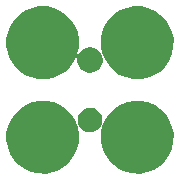
<source format=gts>
%TF.GenerationSoftware,KiCad,Pcbnew,4.0.5-e0-6337~49~ubuntu16.04.1*%
%TF.CreationDate,2017-01-13T08:22:12-08:00*%
%TF.ProjectId,2x2-Generic-5mm-Pitch,3278322D47656E657269632D356D6D2D,1.0*%
%TF.FileFunction,Soldermask,Top*%
%FSLAX46Y46*%
G04 Gerber Fmt 4.6, Leading zero omitted, Abs format (unit mm)*
G04 Created by KiCad (PCBNEW 4.0.5-e0-6337~49~ubuntu16.04.1) date Fri Jan 13 08:22:12 2017*
%MOMM*%
%LPD*%
G01*
G04 APERTURE LIST*
%ADD10C,0.350000*%
G04 APERTURE END LIST*
D10*
G36*
X139769110Y-100303847D02*
X140360055Y-100425151D01*
X140916198Y-100658932D01*
X141416334Y-100996278D01*
X141841421Y-101424343D01*
X142175266Y-101926821D01*
X142405156Y-102484576D01*
X142522264Y-103076014D01*
X142522264Y-103076024D01*
X142522331Y-103076363D01*
X142512710Y-103765416D01*
X142512633Y-103765754D01*
X142512633Y-103765762D01*
X142379057Y-104353701D01*
X142133685Y-104904816D01*
X141785937Y-105397778D01*
X141349062Y-105813809D01*
X140839700Y-106137061D01*
X140277254Y-106355219D01*
X139683147Y-106459976D01*
X139080003Y-106447342D01*
X138490800Y-106317797D01*
X137937982Y-106076277D01*
X137442607Y-105731982D01*
X137023537Y-105298023D01*
X136696738Y-104790930D01*
X136474656Y-104230014D01*
X136365755Y-103636658D01*
X136374177Y-103033441D01*
X136499606Y-102443347D01*
X136737259Y-101888858D01*
X137078091Y-101391088D01*
X137509112Y-100969000D01*
X138013913Y-100638668D01*
X138573259Y-100412677D01*
X139165845Y-100299636D01*
X139769110Y-100303847D01*
X139769110Y-100303847D01*
G37*
G36*
X147769110Y-100303847D02*
X148360055Y-100425151D01*
X148916198Y-100658932D01*
X149416334Y-100996278D01*
X149841421Y-101424343D01*
X150175266Y-101926821D01*
X150405156Y-102484576D01*
X150522264Y-103076014D01*
X150522264Y-103076024D01*
X150522331Y-103076363D01*
X150512710Y-103765416D01*
X150512633Y-103765754D01*
X150512633Y-103765762D01*
X150379057Y-104353701D01*
X150133685Y-104904816D01*
X149785937Y-105397778D01*
X149349062Y-105813809D01*
X148839700Y-106137061D01*
X148277254Y-106355219D01*
X147683147Y-106459976D01*
X147080003Y-106447342D01*
X146490800Y-106317797D01*
X145937982Y-106076277D01*
X145442607Y-105731982D01*
X145023537Y-105298023D01*
X144696738Y-104790930D01*
X144474656Y-104230014D01*
X144365755Y-103636658D01*
X144374177Y-103033441D01*
X144499606Y-102443347D01*
X144737259Y-101888858D01*
X145078091Y-101391088D01*
X145509112Y-100969000D01*
X146013913Y-100638668D01*
X146573259Y-100412677D01*
X147165845Y-100299636D01*
X147769110Y-100303847D01*
X147769110Y-100303847D01*
G37*
G36*
X143553790Y-100892481D02*
X143750921Y-100932947D01*
X143936451Y-101010937D01*
X144103292Y-101123473D01*
X144245098Y-101266272D01*
X144356466Y-101433895D01*
X144433156Y-101619958D01*
X144472176Y-101817027D01*
X144472176Y-101817032D01*
X144472244Y-101817376D01*
X144469034Y-102047239D01*
X144468957Y-102047577D01*
X144468957Y-102047586D01*
X144424449Y-102243490D01*
X144342596Y-102427335D01*
X144226588Y-102591786D01*
X144080850Y-102730571D01*
X143910931Y-102838405D01*
X143723299Y-102911182D01*
X143525112Y-102946128D01*
X143323905Y-102941913D01*
X143127351Y-102898699D01*
X142942933Y-102818128D01*
X142777682Y-102703275D01*
X142637882Y-102558509D01*
X142528864Y-102389345D01*
X142454777Y-102202224D01*
X142418449Y-102004288D01*
X142421258Y-101803058D01*
X142463102Y-101606205D01*
X142542380Y-101421232D01*
X142656080Y-101255178D01*
X142799865Y-101114373D01*
X142968265Y-101004176D01*
X143154860Y-100928786D01*
X143352540Y-100891077D01*
X143553790Y-100892481D01*
X143553790Y-100892481D01*
G37*
G36*
X139769110Y-92303847D02*
X140360055Y-92425151D01*
X140916198Y-92658932D01*
X141416334Y-92996278D01*
X141841421Y-93424343D01*
X142175266Y-93926821D01*
X142405156Y-94484576D01*
X142522264Y-95076014D01*
X142522264Y-95076024D01*
X142522331Y-95076363D01*
X142512710Y-95765416D01*
X142512633Y-95765754D01*
X142512633Y-95765762D01*
X142385884Y-96323649D01*
X142384710Y-96337896D01*
X142387551Y-96351905D01*
X142394183Y-96364569D01*
X142404080Y-96374883D01*
X142416459Y-96382032D01*
X142430339Y-96385449D01*
X142444622Y-96384864D01*
X142458176Y-96380323D01*
X142469929Y-96372186D01*
X142482114Y-96354917D01*
X142498354Y-96317027D01*
X142617593Y-96142883D01*
X142768384Y-95995217D01*
X142944988Y-95879651D01*
X143140675Y-95800588D01*
X143347987Y-95761042D01*
X143559042Y-95762515D01*
X143765777Y-95804952D01*
X143960347Y-95886741D01*
X144135318Y-96004761D01*
X144284033Y-96154518D01*
X144400827Y-96330308D01*
X144481253Y-96525436D01*
X144522178Y-96732124D01*
X144522178Y-96732129D01*
X144522246Y-96732473D01*
X144518880Y-96973536D01*
X144518803Y-96973874D01*
X144518803Y-96973883D01*
X144472122Y-97179349D01*
X144386281Y-97372152D01*
X144264621Y-97544615D01*
X144111782Y-97690162D01*
X143933584Y-97803250D01*
X143736810Y-97879573D01*
X143528967Y-97916222D01*
X143317957Y-97911802D01*
X143111825Y-97866481D01*
X142918422Y-97781985D01*
X142745119Y-97661536D01*
X142598508Y-97509717D01*
X142484178Y-97332310D01*
X142406481Y-97136072D01*
X142368384Y-96928492D01*
X142371330Y-96717458D01*
X142411734Y-96527371D01*
X142412709Y-96513109D01*
X142409673Y-96499141D01*
X142402865Y-96486571D01*
X142392825Y-96476396D01*
X142380347Y-96469421D01*
X142366420Y-96466198D01*
X142352147Y-96466982D01*
X142338658Y-96471712D01*
X142327020Y-96480013D01*
X142315636Y-96496147D01*
X142133685Y-96904816D01*
X141785937Y-97397778D01*
X141349062Y-97813809D01*
X140839700Y-98137061D01*
X140277254Y-98355219D01*
X139683147Y-98459976D01*
X139080003Y-98447342D01*
X138490800Y-98317797D01*
X137937982Y-98076277D01*
X137442607Y-97731982D01*
X137023537Y-97298023D01*
X136696738Y-96790930D01*
X136474656Y-96230014D01*
X136365755Y-95636658D01*
X136374177Y-95033441D01*
X136499606Y-94443347D01*
X136737259Y-93888858D01*
X137078091Y-93391088D01*
X137509112Y-92969000D01*
X138013913Y-92638668D01*
X138573259Y-92412677D01*
X139165845Y-92299636D01*
X139769110Y-92303847D01*
X139769110Y-92303847D01*
G37*
G36*
X147769110Y-92303847D02*
X148360055Y-92425151D01*
X148916198Y-92658932D01*
X149416334Y-92996278D01*
X149841421Y-93424343D01*
X150175266Y-93926821D01*
X150405156Y-94484576D01*
X150522264Y-95076014D01*
X150522264Y-95076024D01*
X150522331Y-95076363D01*
X150512710Y-95765416D01*
X150512633Y-95765754D01*
X150512633Y-95765762D01*
X150379057Y-96353701D01*
X150133685Y-96904816D01*
X149785937Y-97397778D01*
X149349062Y-97813809D01*
X148839700Y-98137061D01*
X148277254Y-98355219D01*
X147683147Y-98459976D01*
X147080003Y-98447342D01*
X146490800Y-98317797D01*
X145937982Y-98076277D01*
X145442607Y-97731982D01*
X145023537Y-97298023D01*
X144696738Y-96790930D01*
X144474656Y-96230014D01*
X144365755Y-95636658D01*
X144374177Y-95033441D01*
X144499606Y-94443347D01*
X144737259Y-93888858D01*
X145078091Y-93391088D01*
X145509112Y-92969000D01*
X146013913Y-92638668D01*
X146573259Y-92412677D01*
X147165845Y-92299636D01*
X147769110Y-92303847D01*
X147769110Y-92303847D01*
G37*
M02*

</source>
